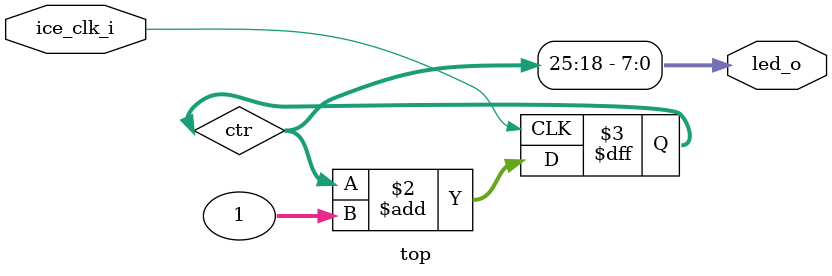
<source format=v>
module top(
	   input 	ice_clk_i,
	   output [7:0] led_o
	   );
   
   reg [31:0] 		ctr;

   always @(posedge ice_clk_i)
     begin
	ctr <= ctr +1;
     end

   genvar i;
   generate
      for (i = 0; i<8; i = i + 1) begin
	 assign led_o[i] = ctr[i + 18];
      end
   endgenerate
   

endmodule // top

   
   
   
    

</source>
